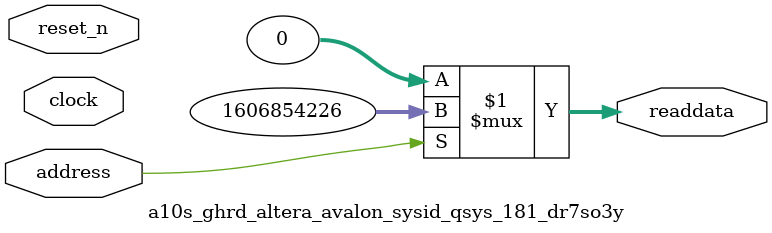
<source format=v>



// synthesis translate_off
`timescale 1ns / 1ps
// synthesis translate_on

// turn off superfluous verilog processor warnings 
// altera message_level Level1 
// altera message_off 10034 10035 10036 10037 10230 10240 10030 

module a10s_ghrd_altera_avalon_sysid_qsys_181_dr7so3y (
               // inputs:
                address,
                clock,
                reset_n,

               // outputs:
                readdata
             )
;

  output  [ 31: 0] readdata;
  input            address;
  input            clock;
  input            reset_n;

  wire    [ 31: 0] readdata;
  //control_slave, which is an e_avalon_slave
  assign readdata = address ? 1606854226 : 0;

endmodule



</source>
